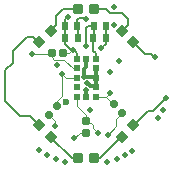
<source format=gtl>
G04*
G04 #@! TF.GenerationSoftware,Altium Limited,Altium Designer,22.11.1 (43)*
G04*
G04 Layer_Physical_Order=1*
G04 Layer_Color=16776960*
%FSLAX43Y43*%
%MOMM*%
G71*
G04*
G04 #@! TF.SameCoordinates,FB5CEF4A-B6EA-44A6-96C9-558EDDA3D9AB*
G04*
G04*
G04 #@! TF.FilePolarity,Positive*
G04*
G01*
G75*
%ADD11C,0.200*%
%ADD22R,0.500X0.500*%
G04:AMPARAMS|DCode=23|XSize=0.8mm|YSize=0.8mm|CornerRadius=0.1mm|HoleSize=0mm|Usage=FLASHONLY|Rotation=135.000|XOffset=0mm|YOffset=0mm|HoleType=Round|Shape=RoundedRectangle|*
%AMROUNDEDRECTD23*
21,1,0.800,0.600,0,0,135.0*
21,1,0.600,0.800,0,0,135.0*
1,1,0.200,0.000,0.424*
1,1,0.200,0.424,0.000*
1,1,0.200,0.000,-0.424*
1,1,0.200,-0.424,0.000*
%
%ADD23ROUNDEDRECTD23*%
G04:AMPARAMS|DCode=24|XSize=0.8mm|YSize=0.8mm|CornerRadius=0.1mm|HoleSize=0mm|Usage=FLASHONLY|Rotation=180.000|XOffset=0mm|YOffset=0mm|HoleType=Round|Shape=RoundedRectangle|*
%AMROUNDEDRECTD24*
21,1,0.800,0.600,0,0,180.0*
21,1,0.600,0.800,0,0,180.0*
1,1,0.200,-0.300,0.300*
1,1,0.200,0.300,0.300*
1,1,0.200,0.300,-0.300*
1,1,0.200,-0.300,-0.300*
%
%ADD24ROUNDEDRECTD24*%
G04:AMPARAMS|DCode=25|XSize=0.8mm|YSize=0.8mm|CornerRadius=0.1mm|HoleSize=0mm|Usage=FLASHONLY|Rotation=45.000|XOffset=0mm|YOffset=0mm|HoleType=Round|Shape=RoundedRectangle|*
%AMROUNDEDRECTD25*
21,1,0.800,0.600,0,0,45.0*
21,1,0.600,0.800,0,0,45.0*
1,1,0.200,0.424,0.000*
1,1,0.200,0.000,-0.424*
1,1,0.200,-0.424,0.000*
1,1,0.200,0.000,0.424*
%
%ADD25ROUNDEDRECTD25*%
G04:AMPARAMS|DCode=26|XSize=0.59mm|YSize=0.6mm|CornerRadius=0.074mm|HoleSize=0mm|Usage=FLASHONLY|Rotation=180.000|XOffset=0mm|YOffset=0mm|HoleType=Round|Shape=RoundedRectangle|*
%AMROUNDEDRECTD26*
21,1,0.590,0.453,0,0,180.0*
21,1,0.443,0.600,0,0,180.0*
1,1,0.148,-0.221,0.226*
1,1,0.148,0.221,0.226*
1,1,0.148,0.221,-0.226*
1,1,0.148,-0.221,-0.226*
%
%ADD26ROUNDEDRECTD26*%
G04:AMPARAMS|DCode=27|XSize=0.61mm|YSize=0.6mm|CornerRadius=0.075mm|HoleSize=0mm|Usage=FLASHONLY|Rotation=180.000|XOffset=0mm|YOffset=0mm|HoleType=Round|Shape=RoundedRectangle|*
%AMROUNDEDRECTD27*
21,1,0.610,0.450,0,0,180.0*
21,1,0.460,0.600,0,0,180.0*
1,1,0.150,-0.230,0.225*
1,1,0.150,0.230,0.225*
1,1,0.150,0.230,-0.225*
1,1,0.150,-0.230,-0.225*
%
%ADD27ROUNDEDRECTD27*%
G04:AMPARAMS|DCode=28|XSize=0.61mm|YSize=0.6mm|CornerRadius=0.075mm|HoleSize=0mm|Usage=FLASHONLY|Rotation=45.000|XOffset=0mm|YOffset=0mm|HoleType=Round|Shape=RoundedRectangle|*
%AMROUNDEDRECTD28*
21,1,0.610,0.450,0,0,45.0*
21,1,0.460,0.600,0,0,45.0*
1,1,0.150,0.322,0.004*
1,1,0.150,-0.004,-0.322*
1,1,0.150,-0.322,-0.004*
1,1,0.150,0.004,0.322*
%
%ADD28ROUNDEDRECTD28*%
G04:AMPARAMS|DCode=29|XSize=0.61mm|YSize=0.6mm|CornerRadius=0.075mm|HoleSize=0mm|Usage=FLASHONLY|Rotation=90.000|XOffset=0mm|YOffset=0mm|HoleType=Round|Shape=RoundedRectangle|*
%AMROUNDEDRECTD29*
21,1,0.610,0.450,0,0,90.0*
21,1,0.460,0.600,0,0,90.0*
1,1,0.150,0.225,0.230*
1,1,0.150,0.225,-0.230*
1,1,0.150,-0.225,-0.230*
1,1,0.150,-0.225,0.230*
%
%ADD29ROUNDEDRECTD29*%
G04:AMPARAMS|DCode=30|XSize=0.61mm|YSize=0.6mm|CornerRadius=0.075mm|HoleSize=0mm|Usage=FLASHONLY|Rotation=135.000|XOffset=0mm|YOffset=0mm|HoleType=Round|Shape=RoundedRectangle|*
%AMROUNDEDRECTD30*
21,1,0.610,0.450,0,0,135.0*
21,1,0.460,0.600,0,0,135.0*
1,1,0.150,-0.004,0.322*
1,1,0.150,0.322,-0.004*
1,1,0.150,0.004,-0.322*
1,1,0.150,-0.322,0.004*
%
%ADD30ROUNDEDRECTD30*%
%ADD31C,0.125*%
%ADD32C,0.300*%
%ADD33C,0.500*%
%ADD34C,0.600*%
D11*
X-5038Y3947D02*
X-4508D01*
X-6229Y2756D02*
X-5038Y3947D01*
X-4508D02*
X-4030Y3470D01*
X4030D02*
X4950Y2550D01*
X5496D01*
X5820Y2227D01*
X-41Y3240D02*
Y4741D01*
X138Y4920D02*
X625D01*
X-41Y4741D02*
X138Y4920D01*
X3005Y4495D02*
X3516Y5006D01*
X3005Y4495D02*
Y4495D01*
X3516Y5006D02*
Y5508D01*
X3069Y5955D02*
X3516Y5508D01*
X2042Y5955D02*
X3069D01*
X700Y6300D02*
X1697D01*
X2042Y5955D01*
X-1766Y4799D02*
Y5458D01*
X-1775Y3689D02*
Y4790D01*
X5192Y-2308D02*
X5644D01*
X6754Y-1198D01*
X1274Y3042D02*
X1639Y3407D01*
Y3902D01*
X1644Y3907D01*
Y4914D02*
X1650Y4920D01*
X1644Y3907D02*
Y4914D01*
X-82Y5554D02*
X-43Y5515D01*
X-609Y5554D02*
X-82D01*
X-745Y4881D02*
Y5418D01*
X-609Y5554D01*
X-738Y3890D02*
Y4875D01*
Y3890D02*
X-732Y3884D01*
X-745Y4881D02*
X-738Y4875D01*
X614Y2758D02*
X801Y2571D01*
X614Y2758D02*
Y3902D01*
X619Y3907D02*
Y4914D01*
X625Y4920D01*
X614Y3902D02*
X619Y3907D01*
X-1115Y2886D02*
X-800Y2571D01*
Y2100D02*
Y2571D01*
X-1775Y4790D02*
X-1766Y4799D01*
Y5458D02*
X-1561Y5663D01*
Y5687D01*
X-2554Y5718D02*
X-1972Y6300D01*
X-700D01*
X-3005Y4495D02*
X-2554Y4946D01*
Y5718D01*
X-3005Y4495D02*
Y4495D01*
X4030Y-3470D02*
X5192Y-2308D01*
X751Y-6299D02*
X1201D01*
X1200Y-6300D02*
X1201Y-6299D01*
X1174Y-6300D02*
X1200D01*
X1201Y-6299D02*
X2970Y-4530D01*
X750Y-6300D02*
X751Y-6299D01*
X801Y2101D02*
Y2571D01*
X800Y2100D02*
X801Y2101D01*
X-800Y2100D02*
X-799Y2101D01*
X-6851Y1135D02*
X-6229Y1757D01*
Y2756D01*
X-1778Y3333D02*
X-1388Y2943D01*
X-1172D01*
X-1115Y2886D01*
X-1778Y3333D02*
Y3617D01*
X-1775Y3620D01*
X-2970Y-4568D02*
X-1238Y-6300D01*
X-2970Y-4568D02*
Y-4530D01*
X-1238Y-6300D02*
X-750D01*
X-6851Y-1441D02*
Y1135D01*
Y-1441D02*
X-5567Y-2725D01*
X-4775D01*
X-4030Y-3470D01*
X2970Y4530D02*
Y4555D01*
D22*
X0Y-1100D02*
D03*
Y2100D02*
D03*
X800Y-1100D02*
D03*
Y-300D02*
D03*
X-800Y-1100D02*
D03*
Y-300D02*
D03*
X800Y2100D02*
D03*
X-800D02*
D03*
Y1300D02*
D03*
X800D02*
D03*
Y500D02*
D03*
X-800D02*
D03*
D23*
X3005Y4495D02*
D03*
X3995Y3505D02*
D03*
X-3005Y-4495D02*
D03*
X-3995Y-3505D02*
D03*
D24*
X700Y6300D02*
D03*
X-700D02*
D03*
Y-6300D02*
D03*
X700D02*
D03*
D25*
X3995Y-3505D02*
D03*
X3005Y-4495D02*
D03*
X-3005Y4495D02*
D03*
X-3995Y3505D02*
D03*
D26*
X-1757Y3884D02*
D03*
X-732D02*
D03*
X-1770Y4881D02*
D03*
X-745D02*
D03*
X625Y4920D02*
D03*
X1650D02*
D03*
X614Y3902D02*
D03*
X1639D02*
D03*
D27*
X-2925Y2600D02*
D03*
X-1925D02*
D03*
D28*
X-2471Y-1896D02*
D03*
X-3179Y-2604D02*
D03*
D29*
X0Y-3150D02*
D03*
Y-4150D02*
D03*
D30*
X2346Y-1746D02*
D03*
X3054Y-2454D02*
D03*
D31*
X-4554Y2553D02*
X-2972D01*
X-2911Y2230D02*
Y2586D01*
X-2972Y2553D02*
X-2925Y2600D01*
X1698Y-1100D02*
X2028Y-770D01*
X2055D01*
X-3179Y-2604D02*
X-2652Y-3131D01*
Y-3584D02*
Y-3131D01*
X543Y-3702D02*
Y-3482D01*
Y-3702D02*
X1013Y-4172D01*
X393Y-3333D02*
X543Y-3482D01*
X183Y-3333D02*
X393D01*
X0Y-3150D02*
X183Y-3333D01*
X-2471Y-1896D02*
Y-1421D01*
X-2077Y849D02*
X-2048Y820D01*
X-2077Y-1027D02*
Y849D01*
X-2471Y-1421D02*
X-2077Y-1027D01*
X-3179Y-2604D02*
X-3179D01*
X-803Y-1854D02*
Y-1104D01*
Y-1854D02*
X0Y-2657D01*
X-800Y-1104D02*
Y-1100D01*
X3054Y-2454D02*
Y-2454D01*
X2562Y-3564D02*
Y-2945D01*
X3054Y-2454D01*
X1824Y-4303D02*
X2562Y-3564D01*
X-1010Y-4602D02*
X-558Y-4150D01*
X-2014Y786D02*
Y855D01*
Y786D02*
X-1728Y500D01*
X-800D01*
X-1863Y2039D02*
X-1130Y1306D01*
X-806D01*
X-800Y1300D01*
X-2720Y2039D02*
X-1863D01*
X-2911Y2230D02*
X-2720Y2039D01*
X-2925Y2600D02*
X-2911Y2586D01*
X-558Y-4150D02*
X0D01*
X-1449Y2614D02*
X-1177Y2886D01*
X-1115D01*
X-1911Y2614D02*
X-1449D01*
X-1925Y2600D02*
X-1911Y2614D01*
X1698Y-1100D02*
X2308Y-1710D01*
X0Y-3150D02*
Y-2657D01*
X800Y-1100D02*
X1698D01*
D32*
X-175Y592D02*
Y1225D01*
X0Y1400D01*
X702Y598D02*
X800Y500D01*
X-127Y598D02*
X702D01*
X0Y1400D02*
Y2100D01*
X114Y39D02*
X353Y-200D01*
X700D01*
X77Y39D02*
X114D01*
X700Y-200D02*
X800Y-300D01*
Y500D01*
X-46Y-532D02*
X-23Y-555D01*
Y-1077D02*
X0Y-1100D01*
X-23Y-1077D02*
Y-555D01*
X800Y606D02*
Y1300D01*
Y500D02*
Y606D01*
D33*
X-4554Y2553D02*
D03*
X-175Y592D02*
D03*
X77Y39D02*
D03*
X2055Y-770D02*
D03*
X-46Y-532D02*
D03*
X2773Y1893D02*
D03*
X-2652Y-3584D02*
D03*
X1824Y-4303D02*
D03*
X1013Y-4172D02*
D03*
X2331Y4976D02*
D03*
X6490Y-2244D02*
D03*
X6754Y-1198D02*
D03*
X-1010Y-4602D02*
D03*
X2051Y1014D02*
D03*
X-1561Y5687D02*
D03*
X-41Y3240D02*
D03*
X1274Y3042D02*
D03*
X-43Y5515D02*
D03*
X-2077Y849D02*
D03*
X-2507Y1569D02*
D03*
X6049Y-2856D02*
D03*
X-3960Y-5591D02*
D03*
X3300Y-6016D02*
D03*
X-1800Y-6623D02*
D03*
X-2600Y-6354D02*
D03*
X-3300Y-6016D02*
D03*
X1800Y-6623D02*
D03*
X3836Y-5688D02*
D03*
X2600Y-6354D02*
D03*
X2321Y6490D02*
D03*
X-1115Y2886D02*
D03*
X5820Y2227D02*
D03*
X327Y-2249D02*
D03*
D34*
X-1676Y-1557D02*
D03*
M02*

</source>
